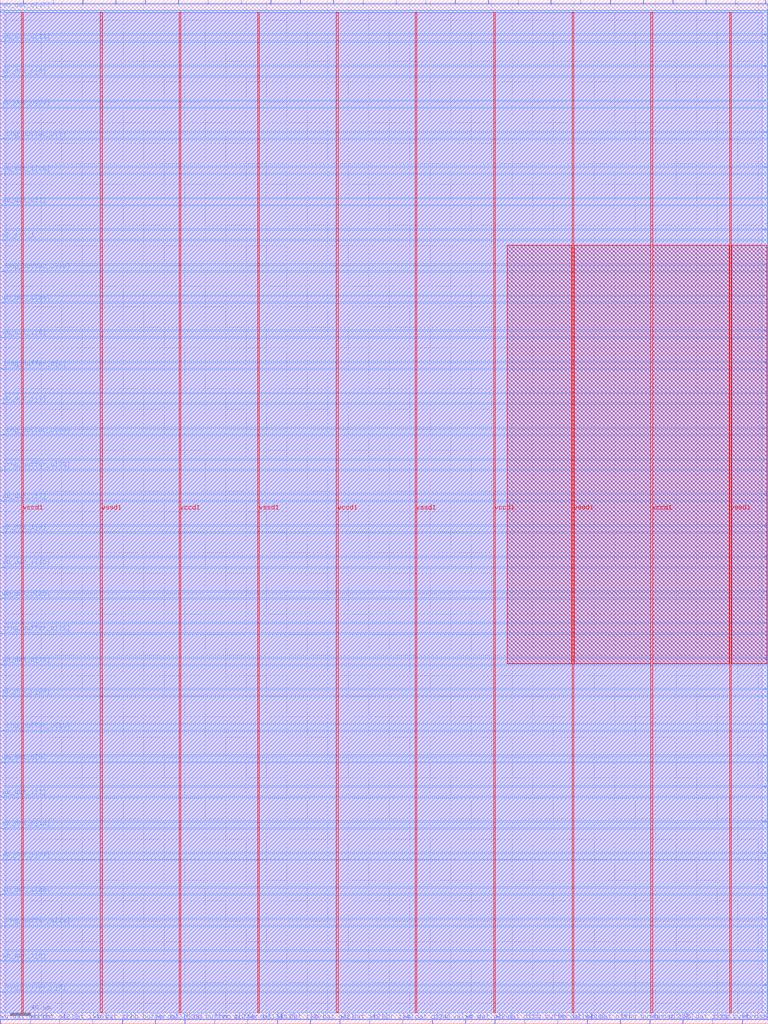
<source format=lef>
VERSION 5.7 ;
  NOWIREEXTENSIONATPIN ON ;
  DIVIDERCHAR "/" ;
  BUSBITCHARS "[]" ;
MACRO trng_wb_wrapper
  CLASS BLOCK ;
  FOREIGN trng_wb_wrapper ;
  ORIGIN 0.000 0.000 ;
  SIZE 750.000 BY 1000.000 ;
  PIN rst_i
    DIRECTION INPUT ;
    USE SIGNAL ;
    PORT
      LAYER met3 ;
        RECT 746.000 455.640 750.000 456.240 ;
    END
  END rst_i
  PIN trng_buffer_o[0]
    DIRECTION OUTPUT TRISTATE ;
    USE SIGNAL ;
    PORT
      LAYER met2 ;
        RECT 202.950 996.000 203.230 1000.000 ;
    END
  END trng_buffer_o[0]
  PIN trng_buffer_o[10]
    DIRECTION OUTPUT TRISTATE ;
    USE SIGNAL ;
    PORT
      LAYER met3 ;
        RECT 0.000 285.640 4.000 286.240 ;
    END
  END trng_buffer_o[10]
  PIN trng_buffer_o[11]
    DIRECTION OUTPUT TRISTATE ;
    USE SIGNAL ;
    PORT
      LAYER met2 ;
        RECT 415.470 996.000 415.750 1000.000 ;
    END
  END trng_buffer_o[11]
  PIN trng_buffer_o[12]
    DIRECTION OUTPUT TRISTATE ;
    USE SIGNAL ;
    PORT
      LAYER met3 ;
        RECT 0.000 734.440 4.000 735.040 ;
    END
  END trng_buffer_o[12]
  PIN trng_buffer_o[13]
    DIRECTION OUTPUT TRISTATE ;
    USE SIGNAL ;
    PORT
      LAYER met3 ;
        RECT 0.000 95.240 4.000 95.840 ;
    END
  END trng_buffer_o[13]
  PIN trng_buffer_o[14]
    DIRECTION OUTPUT TRISTATE ;
    USE SIGNAL ;
    PORT
      LAYER met3 ;
        RECT 0.000 574.640 4.000 575.240 ;
    END
  END trng_buffer_o[14]
  PIN trng_buffer_o[15]
    DIRECTION OUTPUT TRISTATE ;
    USE SIGNAL ;
    PORT
      LAYER met3 ;
        RECT 0.000 380.840 4.000 381.440 ;
    END
  END trng_buffer_o[15]
  PIN trng_buffer_o[16]
    DIRECTION OUTPUT TRISTATE ;
    USE SIGNAL ;
    PORT
      LAYER met2 ;
        RECT 173.970 996.000 174.250 1000.000 ;
    END
  END trng_buffer_o[16]
  PIN trng_buffer_o[17]
    DIRECTION OUTPUT TRISTATE ;
    USE SIGNAL ;
    PORT
      LAYER met2 ;
        RECT 209.390 0.000 209.670 4.000 ;
    END
  END trng_buffer_o[17]
  PIN trng_buffer_o[18]
    DIRECTION OUTPUT TRISTATE ;
    USE SIGNAL ;
    PORT
      LAYER met2 ;
        RECT 512.070 0.000 512.350 4.000 ;
    END
  END trng_buffer_o[18]
  PIN trng_buffer_o[19]
    DIRECTION OUTPUT TRISTATE ;
    USE SIGNAL ;
    PORT
      LAYER met2 ;
        RECT 656.970 996.000 657.250 1000.000 ;
    END
  END trng_buffer_o[19]
  PIN trng_buffer_o[1]
    DIRECTION OUTPUT TRISTATE ;
    USE SIGNAL ;
    PORT
      LAYER met3 ;
        RECT 746.000 71.440 750.000 72.040 ;
    END
  END trng_buffer_o[1]
  PIN trng_buffer_o[20]
    DIRECTION OUTPUT TRISTATE ;
    USE SIGNAL ;
    PORT
      LAYER met3 ;
        RECT 746.000 901.040 750.000 901.640 ;
    END
  END trng_buffer_o[20]
  PIN trng_buffer_o[21]
    DIRECTION OUTPUT TRISTATE ;
    USE SIGNAL ;
    PORT
      LAYER met2 ;
        RECT 605.450 0.000 605.730 4.000 ;
    END
  END trng_buffer_o[21]
  PIN trng_buffer_o[22]
    DIRECTION OUTPUT TRISTATE ;
    USE SIGNAL ;
    PORT
      LAYER met3 ;
        RECT 746.000 166.640 750.000 167.240 ;
    END
  END trng_buffer_o[22]
  PIN trng_buffer_o[23]
    DIRECTION OUTPUT TRISTATE ;
    USE SIGNAL ;
    PORT
      LAYER met3 ;
        RECT 746.000 836.440 750.000 837.040 ;
    END
  END trng_buffer_o[23]
  PIN trng_buffer_o[24]
    DIRECTION OUTPUT TRISTATE ;
    USE SIGNAL ;
    PORT
      LAYER met2 ;
        RECT 325.310 996.000 325.590 1000.000 ;
    END
  END trng_buffer_o[24]
  PIN trng_buffer_o[25]
    DIRECTION OUTPUT TRISTATE ;
    USE SIGNAL ;
    PORT
      LAYER met2 ;
        RECT 22.630 996.000 22.910 1000.000 ;
    END
  END trng_buffer_o[25]
  PIN trng_buffer_o[26]
    DIRECTION OUTPUT TRISTATE ;
    USE SIGNAL ;
    PORT
      LAYER met3 ;
        RECT 746.000 935.040 750.000 935.640 ;
    END
  END trng_buffer_o[26]
  PIN trng_buffer_o[27]
    DIRECTION OUTPUT TRISTATE ;
    USE SIGNAL ;
    PORT
      LAYER met2 ;
        RECT 112.790 996.000 113.070 1000.000 ;
    END
  END trng_buffer_o[27]
  PIN trng_buffer_o[28]
    DIRECTION OUTPUT TRISTATE ;
    USE SIGNAL ;
    PORT
      LAYER met3 ;
        RECT 0.000 540.640 4.000 541.240 ;
    END
  END trng_buffer_o[28]
  PIN trng_buffer_o[29]
    DIRECTION OUTPUT TRISTATE ;
    USE SIGNAL ;
    PORT
      LAYER met3 ;
        RECT 746.000 37.440 750.000 38.040 ;
    END
  END trng_buffer_o[29]
  PIN trng_buffer_o[2]
    DIRECTION OUTPUT TRISTATE ;
    USE SIGNAL ;
    PORT
      LAYER met2 ;
        RECT 180.410 0.000 180.690 4.000 ;
    END
  END trng_buffer_o[2]
  PIN trng_buffer_o[30]
    DIRECTION OUTPUT TRISTATE ;
    USE SIGNAL ;
    PORT
      LAYER met2 ;
        RECT 354.290 996.000 354.570 1000.000 ;
    END
  END trng_buffer_o[30]
  PIN trng_buffer_o[31]
    DIRECTION OUTPUT TRISTATE ;
    USE SIGNAL ;
    PORT
      LAYER met2 ;
        RECT 695.610 0.000 695.890 4.000 ;
    END
  END trng_buffer_o[31]
  PIN trng_buffer_o[3]
    DIRECTION OUTPUT TRISTATE ;
    USE SIGNAL ;
    PORT
      LAYER met2 ;
        RECT 119.230 0.000 119.510 4.000 ;
    END
  END trng_buffer_o[3]
  PIN trng_buffer_o[4]
    DIRECTION OUTPUT TRISTATE ;
    USE SIGNAL ;
    PORT
      LAYER met2 ;
        RECT 264.130 996.000 264.410 1000.000 ;
    END
  END trng_buffer_o[4]
  PIN trng_buffer_o[5]
    DIRECTION OUTPUT TRISTATE ;
    USE SIGNAL ;
    PORT
      LAYER met3 ;
        RECT 746.000 326.440 750.000 327.040 ;
    END
  END trng_buffer_o[5]
  PIN trng_buffer_o[6]
    DIRECTION OUTPUT TRISTATE ;
    USE SIGNAL ;
    PORT
      LAYER met3 ;
        RECT 0.000 30.640 4.000 31.240 ;
    END
  END trng_buffer_o[6]
  PIN trng_buffer_o[7]
    DIRECTION OUTPUT TRISTATE ;
    USE SIGNAL ;
    PORT
      LAYER met3 ;
        RECT 0.000 863.640 4.000 864.240 ;
    END
  END trng_buffer_o[7]
  PIN trng_buffer_o[8]
    DIRECTION OUTPUT TRISTATE ;
    USE SIGNAL ;
    PORT
      LAYER met3 ;
        RECT 0.000 639.240 4.000 639.840 ;
    END
  END trng_buffer_o[8]
  PIN trng_buffer_o[9]
    DIRECTION OUTPUT TRISTATE ;
    USE SIGNAL ;
    PORT
      LAYER met2 ;
        RECT 595.790 996.000 596.070 1000.000 ;
    END
  END trng_buffer_o[9]
  PIN trng_valid_o
    DIRECTION OUTPUT TRISTATE ;
    USE SIGNAL ;
    PORT
      LAYER met2 ;
        RECT 421.910 0.000 422.190 4.000 ;
    END
  END trng_valid_o
  PIN vccd1
    DIRECTION INPUT ;
    USE POWER ;
    PORT
      LAYER met4 ;
        RECT 21.040 10.640 22.640 987.600 ;
    END
    PORT
      LAYER met4 ;
        RECT 174.640 10.640 176.240 987.600 ;
    END
    PORT
      LAYER met4 ;
        RECT 328.240 10.640 329.840 987.600 ;
    END
    PORT
      LAYER met4 ;
        RECT 481.840 10.640 483.440 987.600 ;
    END
    PORT
      LAYER met4 ;
        RECT 635.440 10.640 637.040 987.600 ;
    END
  END vccd1
  PIN vssd1
    DIRECTION INPUT ;
    USE GROUND ;
    PORT
      LAYER met4 ;
        RECT 97.840 10.640 99.440 987.600 ;
    END
    PORT
      LAYER met4 ;
        RECT 251.440 10.640 253.040 987.600 ;
    END
    PORT
      LAYER met4 ;
        RECT 405.040 10.640 406.640 987.600 ;
    END
    PORT
      LAYER met4 ;
        RECT 558.640 10.640 560.240 987.600 ;
    END
    PORT
      LAYER met4 ;
        RECT 712.240 10.640 713.840 987.600 ;
    END
  END vssd1
  PIN wb_ack_o
    DIRECTION OUTPUT TRISTATE ;
    USE SIGNAL ;
    PORT
      LAYER met3 ;
        RECT 746.000 357.040 750.000 357.640 ;
    END
  END wb_ack_o
  PIN wb_adr_i[0]
    DIRECTION INPUT ;
    USE SIGNAL ;
    PORT
      LAYER met3 ;
        RECT 746.000 870.440 750.000 871.040 ;
    END
  END wb_adr_i[0]
  PIN wb_adr_i[1]
    DIRECTION INPUT ;
    USE SIGNAL ;
    PORT
      LAYER met3 ;
        RECT 746.000 775.240 750.000 775.840 ;
    END
  END wb_adr_i[1]
  PIN wb_adr_i[2]
    DIRECTION INPUT ;
    USE SIGNAL ;
    PORT
      LAYER met3 ;
        RECT 746.000 710.640 750.000 711.240 ;
    END
  END wb_adr_i[2]
  PIN wb_adr_i[3]
    DIRECTION INPUT ;
    USE SIGNAL ;
    PORT
      LAYER met3 ;
        RECT 746.000 676.640 750.000 677.240 ;
    END
  END wb_adr_i[3]
  PIN wb_adr_i[4]
    DIRECTION INPUT ;
    USE SIGNAL ;
    PORT
      LAYER met2 ;
        RECT 360.730 0.000 361.010 4.000 ;
    END
  END wb_adr_i[4]
  PIN wb_adr_i[5]
    DIRECTION INPUT ;
    USE SIGNAL ;
    PORT
      LAYER met3 ;
        RECT 0.000 61.240 4.000 61.840 ;
    END
  END wb_adr_i[5]
  PIN wb_adr_i[6]
    DIRECTION INPUT ;
    USE SIGNAL ;
    PORT
      LAYER met3 ;
        RECT 746.000 965.640 750.000 966.240 ;
    END
  END wb_adr_i[6]
  PIN wb_adr_i[7]
    DIRECTION INPUT ;
    USE SIGNAL ;
    PORT
      LAYER met3 ;
        RECT 0.000 605.240 4.000 605.840 ;
    END
  END wb_adr_i[7]
  PIN wb_adr_i[8]
    DIRECTION INPUT ;
    USE SIGNAL ;
    PORT
      LAYER met2 ;
        RECT 293.110 996.000 293.390 1000.000 ;
    END
  END wb_adr_i[8]
  PIN wb_clk_i
    DIRECTION INPUT ;
    USE SIGNAL ;
    PORT
      LAYER met3 ;
        RECT 746.000 550.840 750.000 551.440 ;
    END
  END wb_clk_i
  PIN wb_cyc_i
    DIRECTION INPUT ;
    USE SIGNAL ;
    PORT
      LAYER met3 ;
        RECT 746.000 581.440 750.000 582.040 ;
    END
  END wb_cyc_i
  PIN wb_dat_i[0]
    DIRECTION INPUT ;
    USE SIGNAL ;
    PORT
      LAYER met2 ;
        RECT 141.770 996.000 142.050 1000.000 ;
    END
  END wb_dat_i[0]
  PIN wb_dat_i[10]
    DIRECTION INPUT ;
    USE SIGNAL ;
    PORT
      LAYER met2 ;
        RECT 386.490 996.000 386.770 1000.000 ;
    END
  END wb_dat_i[10]
  PIN wb_dat_i[11]
    DIRECTION INPUT ;
    USE SIGNAL ;
    PORT
      LAYER met2 ;
        RECT 689.170 996.000 689.450 1000.000 ;
    END
  END wb_dat_i[11]
  PIN wb_dat_i[12]
    DIRECTION INPUT ;
    USE SIGNAL ;
    PORT
      LAYER met2 ;
        RECT 241.590 0.000 241.870 4.000 ;
    END
  END wb_dat_i[12]
  PIN wb_dat_i[13]
    DIRECTION INPUT ;
    USE SIGNAL ;
    PORT
      LAYER met3 ;
        RECT 746.000 292.440 750.000 293.040 ;
    END
  END wb_dat_i[13]
  PIN wb_dat_i[14]
    DIRECTION INPUT ;
    USE SIGNAL ;
    PORT
      LAYER met3 ;
        RECT 746.000 197.240 750.000 197.840 ;
    END
  END wb_dat_i[14]
  PIN wb_dat_i[15]
    DIRECTION INPUT ;
    USE SIGNAL ;
    PORT
      LAYER met3 ;
        RECT 0.000 445.440 4.000 446.040 ;
    END
  END wb_dat_i[15]
  PIN wb_dat_i[16]
    DIRECTION INPUT ;
    USE SIGNAL ;
    PORT
      LAYER met2 ;
        RECT 58.050 0.000 58.330 4.000 ;
    END
  END wb_dat_i[16]
  PIN wb_dat_i[17]
    DIRECTION INPUT ;
    USE SIGNAL ;
    PORT
      LAYER met3 ;
        RECT 746.000 6.840 750.000 7.440 ;
    END
  END wb_dat_i[17]
  PIN wb_dat_i[18]
    DIRECTION INPUT ;
    USE SIGNAL ;
    PORT
      LAYER met3 ;
        RECT 746.000 261.840 750.000 262.440 ;
    END
  END wb_dat_i[18]
  PIN wb_dat_i[19]
    DIRECTION INPUT ;
    USE SIGNAL ;
    PORT
      LAYER met2 ;
        RECT 747.130 996.000 747.410 1000.000 ;
    END
  END wb_dat_i[19]
  PIN wb_dat_i[1]
    DIRECTION INPUT ;
    USE SIGNAL ;
    PORT
      LAYER met3 ;
        RECT 0.000 221.040 4.000 221.640 ;
    END
  END wb_dat_i[1]
  PIN wb_dat_i[20]
    DIRECTION INPUT ;
    USE SIGNAL ;
    PORT
      LAYER met2 ;
        RECT 666.630 0.000 666.910 4.000 ;
    END
  END wb_dat_i[20]
  PIN wb_dat_i[21]
    DIRECTION INPUT ;
    USE SIGNAL ;
    PORT
      LAYER met2 ;
        RECT 331.750 0.000 332.030 4.000 ;
    END
  END wb_dat_i[21]
  PIN wb_dat_i[22]
    DIRECTION INPUT ;
    USE SIGNAL ;
    PORT
      LAYER met3 ;
        RECT 746.000 391.040 750.000 391.640 ;
    END
  END wb_dat_i[22]
  PIN wb_dat_i[23]
    DIRECTION INPUT ;
    USE SIGNAL ;
    PORT
      LAYER met2 ;
        RECT 80.590 996.000 80.870 1000.000 ;
    END
  END wb_dat_i[23]
  PIN wb_dat_i[24]
    DIRECTION INPUT ;
    USE SIGNAL ;
    PORT
      LAYER met3 ;
        RECT 0.000 703.840 4.000 704.440 ;
    END
  END wb_dat_i[24]
  PIN wb_dat_i[25]
    DIRECTION INPUT ;
    USE SIGNAL ;
    PORT
      LAYER met3 ;
        RECT 746.000 132.640 750.000 133.240 ;
    END
  END wb_dat_i[25]
  PIN wb_dat_i[26]
    DIRECTION INPUT ;
    USE SIGNAL ;
    PORT
      LAYER met3 ;
        RECT 0.000 829.640 4.000 830.240 ;
    END
  END wb_dat_i[26]
  PIN wb_dat_i[27]
    DIRECTION INPUT ;
    USE SIGNAL ;
    PORT
      LAYER met3 ;
        RECT 0.000 159.840 4.000 160.440 ;
    END
  END wb_dat_i[27]
  PIN wb_dat_i[28]
    DIRECTION INPUT ;
    USE SIGNAL ;
    PORT
      LAYER met2 ;
        RECT 476.650 996.000 476.930 1000.000 ;
    END
  END wb_dat_i[28]
  PIN wb_dat_i[29]
    DIRECTION INPUT ;
    USE SIGNAL ;
    PORT
      LAYER met3 ;
        RECT 0.000 125.840 4.000 126.440 ;
    END
  END wb_dat_i[29]
  PIN wb_dat_i[2]
    DIRECTION INPUT ;
    USE SIGNAL ;
    PORT
      LAYER met2 ;
        RECT 90.250 0.000 90.530 4.000 ;
    END
  END wb_dat_i[2]
  PIN wb_dat_i[30]
    DIRECTION INPUT ;
    USE SIGNAL ;
    PORT
      LAYER met2 ;
        RECT 270.570 0.000 270.850 4.000 ;
    END
  END wb_dat_i[30]
  PIN wb_dat_i[31]
    DIRECTION INPUT ;
    USE SIGNAL ;
    PORT
      LAYER met3 ;
        RECT 746.000 102.040 750.000 102.640 ;
    END
  END wb_dat_i[31]
  PIN wb_dat_i[3]
    DIRECTION INPUT ;
    USE SIGNAL ;
    PORT
      LAYER met3 ;
        RECT 746.000 615.440 750.000 616.040 ;
    END
  END wb_dat_i[3]
  PIN wb_dat_i[4]
    DIRECTION INPUT ;
    USE SIGNAL ;
    PORT
      LAYER met3 ;
        RECT 746.000 421.640 750.000 422.240 ;
    END
  END wb_dat_i[4]
  PIN wb_dat_i[5]
    DIRECTION INPUT ;
    USE SIGNAL ;
    PORT
      LAYER met2 ;
        RECT 634.430 0.000 634.710 4.000 ;
    END
  END wb_dat_i[5]
  PIN wb_dat_i[6]
    DIRECTION INPUT ;
    USE SIGNAL ;
    PORT
      LAYER met3 ;
        RECT 0.000 669.840 4.000 670.440 ;
    END
  END wb_dat_i[6]
  PIN wb_dat_i[7]
    DIRECTION INPUT ;
    USE SIGNAL ;
    PORT
      LAYER met3 ;
        RECT 0.000 510.040 4.000 510.640 ;
    END
  END wb_dat_i[7]
  PIN wb_dat_i[8]
    DIRECTION INPUT ;
    USE SIGNAL ;
    PORT
      LAYER met3 ;
        RECT 0.000 479.440 4.000 480.040 ;
    END
  END wb_dat_i[8]
  PIN wb_dat_i[9]
    DIRECTION INPUT ;
    USE SIGNAL ;
    PORT
      LAYER met3 ;
        RECT 746.000 486.240 750.000 486.840 ;
    END
  END wb_dat_i[9]
  PIN wb_dat_o[0]
    DIRECTION OUTPUT TRISTATE ;
    USE SIGNAL ;
    PORT
      LAYER met3 ;
        RECT 746.000 741.240 750.000 741.840 ;
    END
  END wb_dat_o[0]
  PIN wb_dat_o[10]
    DIRECTION OUTPUT TRISTATE ;
    USE SIGNAL ;
    PORT
      LAYER met2 ;
        RECT 724.590 0.000 724.870 4.000 ;
    END
  END wb_dat_o[10]
  PIN wb_dat_o[11]
    DIRECTION OUTPUT TRISTATE ;
    USE SIGNAL ;
    PORT
      LAYER met3 ;
        RECT 746.000 805.840 750.000 806.440 ;
    END
  END wb_dat_o[11]
  PIN wb_dat_o[12]
    DIRECTION OUTPUT TRISTATE ;
    USE SIGNAL ;
    PORT
      LAYER met3 ;
        RECT 0.000 190.440 4.000 191.040 ;
    END
  END wb_dat_o[12]
  PIN wb_dat_o[13]
    DIRECTION OUTPUT TRISTATE ;
    USE SIGNAL ;
    PORT
      LAYER met3 ;
        RECT 0.000 958.840 4.000 959.440 ;
    END
  END wb_dat_o[13]
  PIN wb_dat_o[14]
    DIRECTION OUTPUT TRISTATE ;
    USE SIGNAL ;
    PORT
      LAYER met3 ;
        RECT 0.000 350.240 4.000 350.840 ;
    END
  END wb_dat_o[14]
  PIN wb_dat_o[15]
    DIRECTION OUTPUT TRISTATE ;
    USE SIGNAL ;
    PORT
      LAYER met2 ;
        RECT 0.090 0.000 0.370 4.000 ;
    END
  END wb_dat_o[15]
  PIN wb_dat_o[16]
    DIRECTION OUTPUT TRISTATE ;
    USE SIGNAL ;
    PORT
      LAYER met2 ;
        RECT 544.270 0.000 544.550 4.000 ;
    END
  END wb_dat_o[16]
  PIN wb_dat_o[17]
    DIRECTION OUTPUT TRISTATE ;
    USE SIGNAL ;
    PORT
      LAYER met3 ;
        RECT 0.000 989.440 4.000 990.040 ;
    END
  END wb_dat_o[17]
  PIN wb_dat_o[18]
    DIRECTION OUTPUT TRISTATE ;
    USE SIGNAL ;
    PORT
      LAYER met2 ;
        RECT 235.150 996.000 235.430 1000.000 ;
    END
  END wb_dat_o[18]
  PIN wb_dat_o[19]
    DIRECTION OUTPUT TRISTATE ;
    USE SIGNAL ;
    PORT
      LAYER met2 ;
        RECT 505.630 996.000 505.910 1000.000 ;
    END
  END wb_dat_o[19]
  PIN wb_dat_o[1]
    DIRECTION OUTPUT TRISTATE ;
    USE SIGNAL ;
    PORT
      LAYER met3 ;
        RECT 0.000 799.040 4.000 799.640 ;
    END
  END wb_dat_o[1]
  PIN wb_dat_o[20]
    DIRECTION OUTPUT TRISTATE ;
    USE SIGNAL ;
    PORT
      LAYER met3 ;
        RECT 0.000 414.840 4.000 415.440 ;
    END
  END wb_dat_o[20]
  PIN wb_dat_o[21]
    DIRECTION OUTPUT TRISTATE ;
    USE SIGNAL ;
    PORT
      LAYER met2 ;
        RECT 29.070 0.000 29.350 4.000 ;
    END
  END wb_dat_o[21]
  PIN wb_dat_o[22]
    DIRECTION OUTPUT TRISTATE ;
    USE SIGNAL ;
    PORT
      LAYER met2 ;
        RECT 627.990 996.000 628.270 1000.000 ;
    END
  END wb_dat_o[22]
  PIN wb_dat_o[23]
    DIRECTION OUTPUT TRISTATE ;
    USE SIGNAL ;
    PORT
      LAYER met2 ;
        RECT 444.450 996.000 444.730 1000.000 ;
    END
  END wb_dat_o[23]
  PIN wb_dat_o[24]
    DIRECTION OUTPUT TRISTATE ;
    USE SIGNAL ;
    PORT
      LAYER met2 ;
        RECT 392.930 0.000 393.210 4.000 ;
    END
  END wb_dat_o[24]
  PIN wb_dat_o[25]
    DIRECTION OUTPUT TRISTATE ;
    USE SIGNAL ;
    PORT
      LAYER met2 ;
        RECT 718.150 996.000 718.430 1000.000 ;
    END
  END wb_dat_o[25]
  PIN wb_dat_o[26]
    DIRECTION OUTPUT TRISTATE ;
    USE SIGNAL ;
    PORT
      LAYER met3 ;
        RECT 746.000 231.240 750.000 231.840 ;
    END
  END wb_dat_o[26]
  PIN wb_dat_o[27]
    DIRECTION OUTPUT TRISTATE ;
    USE SIGNAL ;
    PORT
      LAYER met3 ;
        RECT 0.000 894.240 4.000 894.840 ;
    END
  END wb_dat_o[27]
  PIN wb_dat_o[28]
    DIRECTION OUTPUT TRISTATE ;
    USE SIGNAL ;
    PORT
      LAYER met3 ;
        RECT 0.000 319.640 4.000 320.240 ;
    END
  END wb_dat_o[28]
  PIN wb_dat_o[29]
    DIRECTION OUTPUT TRISTATE ;
    USE SIGNAL ;
    PORT
      LAYER met2 ;
        RECT 151.430 0.000 151.710 4.000 ;
    END
  END wb_dat_o[29]
  PIN wb_dat_o[2]
    DIRECTION OUTPUT TRISTATE ;
    USE SIGNAL ;
    PORT
      LAYER met2 ;
        RECT 302.770 0.000 303.050 4.000 ;
    END
  END wb_dat_o[2]
  PIN wb_dat_o[30]
    DIRECTION OUTPUT TRISTATE ;
    USE SIGNAL ;
    PORT
      LAYER met2 ;
        RECT 454.110 0.000 454.390 4.000 ;
    END
  END wb_dat_o[30]
  PIN wb_dat_o[31]
    DIRECTION OUTPUT TRISTATE ;
    USE SIGNAL ;
    PORT
      LAYER met3 ;
        RECT 746.000 646.040 750.000 646.640 ;
    END
  END wb_dat_o[31]
  PIN wb_dat_o[3]
    DIRECTION OUTPUT TRISTATE ;
    USE SIGNAL ;
    PORT
      LAYER met2 ;
        RECT 483.090 0.000 483.370 4.000 ;
    END
  END wb_dat_o[3]
  PIN wb_dat_o[4]
    DIRECTION OUTPUT TRISTATE ;
    USE SIGNAL ;
    PORT
      LAYER met2 ;
        RECT 566.810 996.000 567.090 1000.000 ;
    END
  END wb_dat_o[4]
  PIN wb_dat_o[5]
    DIRECTION OUTPUT TRISTATE ;
    USE SIGNAL ;
    PORT
      LAYER met2 ;
        RECT 537.830 996.000 538.110 1000.000 ;
    END
  END wb_dat_o[5]
  PIN wb_dat_o[6]
    DIRECTION OUTPUT TRISTATE ;
    USE SIGNAL ;
    PORT
      LAYER met3 ;
        RECT 0.000 924.840 4.000 925.440 ;
    END
  END wb_dat_o[6]
  PIN wb_dat_o[7]
    DIRECTION OUTPUT TRISTATE ;
    USE SIGNAL ;
    PORT
      LAYER met2 ;
        RECT 51.610 996.000 51.890 1000.000 ;
    END
  END wb_dat_o[7]
  PIN wb_dat_o[8]
    DIRECTION OUTPUT TRISTATE ;
    USE SIGNAL ;
    PORT
      LAYER met2 ;
        RECT 573.250 0.000 573.530 4.000 ;
    END
  END wb_dat_o[8]
  PIN wb_dat_o[9]
    DIRECTION OUTPUT TRISTATE ;
    USE SIGNAL ;
    PORT
      LAYER met3 ;
        RECT 0.000 255.040 4.000 255.640 ;
    END
  END wb_dat_o[9]
  PIN wb_stb_i
    DIRECTION INPUT ;
    USE SIGNAL ;
    PORT
      LAYER met3 ;
        RECT 0.000 765.040 4.000 765.640 ;
    END
  END wb_stb_i
  PIN wb_we_i
    DIRECTION INPUT ;
    USE SIGNAL ;
    PORT
      LAYER met3 ;
        RECT 746.000 516.840 750.000 517.440 ;
    END
  END wb_we_i
  OBS
      LAYER li1 ;
        RECT 5.520 10.795 744.280 987.445 ;
      LAYER met1 ;
        RECT 0.070 10.640 749.730 987.600 ;
      LAYER met2 ;
        RECT 0.100 995.720 22.350 996.610 ;
        RECT 23.190 995.720 51.330 996.610 ;
        RECT 52.170 995.720 80.310 996.610 ;
        RECT 81.150 995.720 112.510 996.610 ;
        RECT 113.350 995.720 141.490 996.610 ;
        RECT 142.330 995.720 173.690 996.610 ;
        RECT 174.530 995.720 202.670 996.610 ;
        RECT 203.510 995.720 234.870 996.610 ;
        RECT 235.710 995.720 263.850 996.610 ;
        RECT 264.690 995.720 292.830 996.610 ;
        RECT 293.670 995.720 325.030 996.610 ;
        RECT 325.870 995.720 354.010 996.610 ;
        RECT 354.850 995.720 386.210 996.610 ;
        RECT 387.050 995.720 415.190 996.610 ;
        RECT 416.030 995.720 444.170 996.610 ;
        RECT 445.010 995.720 476.370 996.610 ;
        RECT 477.210 995.720 505.350 996.610 ;
        RECT 506.190 995.720 537.550 996.610 ;
        RECT 538.390 995.720 566.530 996.610 ;
        RECT 567.370 995.720 595.510 996.610 ;
        RECT 596.350 995.720 627.710 996.610 ;
        RECT 628.550 995.720 656.690 996.610 ;
        RECT 657.530 995.720 688.890 996.610 ;
        RECT 689.730 995.720 717.870 996.610 ;
        RECT 718.710 995.720 746.850 996.610 ;
        RECT 747.690 995.720 749.700 996.610 ;
        RECT 0.100 4.280 749.700 995.720 ;
        RECT 0.650 4.000 28.790 4.280 ;
        RECT 29.630 4.000 57.770 4.280 ;
        RECT 58.610 4.000 89.970 4.280 ;
        RECT 90.810 4.000 118.950 4.280 ;
        RECT 119.790 4.000 151.150 4.280 ;
        RECT 151.990 4.000 180.130 4.280 ;
        RECT 180.970 4.000 209.110 4.280 ;
        RECT 209.950 4.000 241.310 4.280 ;
        RECT 242.150 4.000 270.290 4.280 ;
        RECT 271.130 4.000 302.490 4.280 ;
        RECT 303.330 4.000 331.470 4.280 ;
        RECT 332.310 4.000 360.450 4.280 ;
        RECT 361.290 4.000 392.650 4.280 ;
        RECT 393.490 4.000 421.630 4.280 ;
        RECT 422.470 4.000 453.830 4.280 ;
        RECT 454.670 4.000 482.810 4.280 ;
        RECT 483.650 4.000 511.790 4.280 ;
        RECT 512.630 4.000 543.990 4.280 ;
        RECT 544.830 4.000 572.970 4.280 ;
        RECT 573.810 4.000 605.170 4.280 ;
        RECT 606.010 4.000 634.150 4.280 ;
        RECT 634.990 4.000 666.350 4.280 ;
        RECT 667.190 4.000 695.330 4.280 ;
        RECT 696.170 4.000 724.310 4.280 ;
        RECT 725.150 4.000 749.700 4.280 ;
      LAYER met3 ;
        RECT 4.400 989.040 748.815 989.905 ;
        RECT 4.000 966.640 748.815 989.040 ;
        RECT 4.000 965.240 745.600 966.640 ;
        RECT 4.000 959.840 748.815 965.240 ;
        RECT 4.400 958.440 748.815 959.840 ;
        RECT 4.000 936.040 748.815 958.440 ;
        RECT 4.000 934.640 745.600 936.040 ;
        RECT 4.000 925.840 748.815 934.640 ;
        RECT 4.400 924.440 748.815 925.840 ;
        RECT 4.000 902.040 748.815 924.440 ;
        RECT 4.000 900.640 745.600 902.040 ;
        RECT 4.000 895.240 748.815 900.640 ;
        RECT 4.400 893.840 748.815 895.240 ;
        RECT 4.000 871.440 748.815 893.840 ;
        RECT 4.000 870.040 745.600 871.440 ;
        RECT 4.000 864.640 748.815 870.040 ;
        RECT 4.400 863.240 748.815 864.640 ;
        RECT 4.000 837.440 748.815 863.240 ;
        RECT 4.000 836.040 745.600 837.440 ;
        RECT 4.000 830.640 748.815 836.040 ;
        RECT 4.400 829.240 748.815 830.640 ;
        RECT 4.000 806.840 748.815 829.240 ;
        RECT 4.000 805.440 745.600 806.840 ;
        RECT 4.000 800.040 748.815 805.440 ;
        RECT 4.400 798.640 748.815 800.040 ;
        RECT 4.000 776.240 748.815 798.640 ;
        RECT 4.000 774.840 745.600 776.240 ;
        RECT 4.000 766.040 748.815 774.840 ;
        RECT 4.400 764.640 748.815 766.040 ;
        RECT 4.000 742.240 748.815 764.640 ;
        RECT 4.000 740.840 745.600 742.240 ;
        RECT 4.000 735.440 748.815 740.840 ;
        RECT 4.400 734.040 748.815 735.440 ;
        RECT 4.000 711.640 748.815 734.040 ;
        RECT 4.000 710.240 745.600 711.640 ;
        RECT 4.000 704.840 748.815 710.240 ;
        RECT 4.400 703.440 748.815 704.840 ;
        RECT 4.000 677.640 748.815 703.440 ;
        RECT 4.000 676.240 745.600 677.640 ;
        RECT 4.000 670.840 748.815 676.240 ;
        RECT 4.400 669.440 748.815 670.840 ;
        RECT 4.000 647.040 748.815 669.440 ;
        RECT 4.000 645.640 745.600 647.040 ;
        RECT 4.000 640.240 748.815 645.640 ;
        RECT 4.400 638.840 748.815 640.240 ;
        RECT 4.000 616.440 748.815 638.840 ;
        RECT 4.000 615.040 745.600 616.440 ;
        RECT 4.000 606.240 748.815 615.040 ;
        RECT 4.400 604.840 748.815 606.240 ;
        RECT 4.000 582.440 748.815 604.840 ;
        RECT 4.000 581.040 745.600 582.440 ;
        RECT 4.000 575.640 748.815 581.040 ;
        RECT 4.400 574.240 748.815 575.640 ;
        RECT 4.000 551.840 748.815 574.240 ;
        RECT 4.000 550.440 745.600 551.840 ;
        RECT 4.000 541.640 748.815 550.440 ;
        RECT 4.400 540.240 748.815 541.640 ;
        RECT 4.000 517.840 748.815 540.240 ;
        RECT 4.000 516.440 745.600 517.840 ;
        RECT 4.000 511.040 748.815 516.440 ;
        RECT 4.400 509.640 748.815 511.040 ;
        RECT 4.000 487.240 748.815 509.640 ;
        RECT 4.000 485.840 745.600 487.240 ;
        RECT 4.000 480.440 748.815 485.840 ;
        RECT 4.400 479.040 748.815 480.440 ;
        RECT 4.000 456.640 748.815 479.040 ;
        RECT 4.000 455.240 745.600 456.640 ;
        RECT 4.000 446.440 748.815 455.240 ;
        RECT 4.400 445.040 748.815 446.440 ;
        RECT 4.000 422.640 748.815 445.040 ;
        RECT 4.000 421.240 745.600 422.640 ;
        RECT 4.000 415.840 748.815 421.240 ;
        RECT 4.400 414.440 748.815 415.840 ;
        RECT 4.000 392.040 748.815 414.440 ;
        RECT 4.000 390.640 745.600 392.040 ;
        RECT 4.000 381.840 748.815 390.640 ;
        RECT 4.400 380.440 748.815 381.840 ;
        RECT 4.000 358.040 748.815 380.440 ;
        RECT 4.000 356.640 745.600 358.040 ;
        RECT 4.000 351.240 748.815 356.640 ;
        RECT 4.400 349.840 748.815 351.240 ;
        RECT 4.000 327.440 748.815 349.840 ;
        RECT 4.000 326.040 745.600 327.440 ;
        RECT 4.000 320.640 748.815 326.040 ;
        RECT 4.400 319.240 748.815 320.640 ;
        RECT 4.000 293.440 748.815 319.240 ;
        RECT 4.000 292.040 745.600 293.440 ;
        RECT 4.000 286.640 748.815 292.040 ;
        RECT 4.400 285.240 748.815 286.640 ;
        RECT 4.000 262.840 748.815 285.240 ;
        RECT 4.000 261.440 745.600 262.840 ;
        RECT 4.000 256.040 748.815 261.440 ;
        RECT 4.400 254.640 748.815 256.040 ;
        RECT 4.000 232.240 748.815 254.640 ;
        RECT 4.000 230.840 745.600 232.240 ;
        RECT 4.000 222.040 748.815 230.840 ;
        RECT 4.400 220.640 748.815 222.040 ;
        RECT 4.000 198.240 748.815 220.640 ;
        RECT 4.000 196.840 745.600 198.240 ;
        RECT 4.000 191.440 748.815 196.840 ;
        RECT 4.400 190.040 748.815 191.440 ;
        RECT 4.000 167.640 748.815 190.040 ;
        RECT 4.000 166.240 745.600 167.640 ;
        RECT 4.000 160.840 748.815 166.240 ;
        RECT 4.400 159.440 748.815 160.840 ;
        RECT 4.000 133.640 748.815 159.440 ;
        RECT 4.000 132.240 745.600 133.640 ;
        RECT 4.000 126.840 748.815 132.240 ;
        RECT 4.400 125.440 748.815 126.840 ;
        RECT 4.000 103.040 748.815 125.440 ;
        RECT 4.000 101.640 745.600 103.040 ;
        RECT 4.000 96.240 748.815 101.640 ;
        RECT 4.400 94.840 748.815 96.240 ;
        RECT 4.000 72.440 748.815 94.840 ;
        RECT 4.000 71.040 745.600 72.440 ;
        RECT 4.000 62.240 748.815 71.040 ;
        RECT 4.400 60.840 748.815 62.240 ;
        RECT 4.000 38.440 748.815 60.840 ;
        RECT 4.000 37.040 745.600 38.440 ;
        RECT 4.000 31.640 748.815 37.040 ;
        RECT 4.400 30.240 748.815 31.640 ;
        RECT 4.000 10.715 748.815 30.240 ;
      LAYER met4 ;
        RECT 495.255 351.735 558.240 760.065 ;
        RECT 560.640 351.735 635.040 760.065 ;
        RECT 637.440 351.735 711.840 760.065 ;
        RECT 714.240 351.735 748.585 760.065 ;
  END
END trng_wb_wrapper
END LIBRARY


</source>
